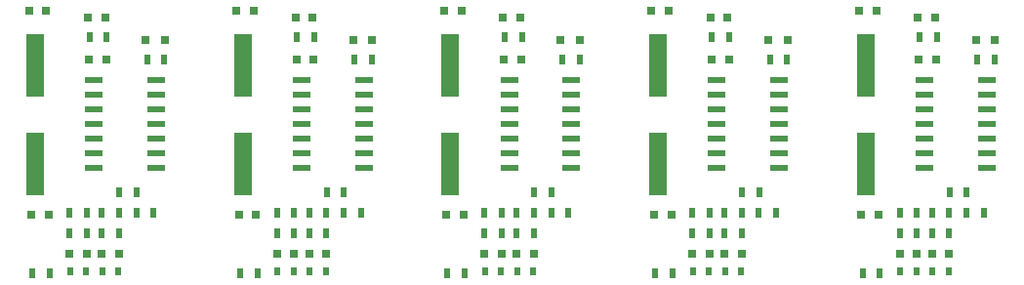
<source format=gbr>
G04 #@! TF.FileFunction,Paste,Top*
%FSLAX46Y46*%
G04 Gerber Fmt 4.6, Leading zero omitted, Abs format (unit mm)*
G04 Created by KiCad (PCBNEW 0.201510251816+6278~30~ubuntu14.04.1-product) date Mon 26 Oct 2015 05:58:35 PM EET*
%MOMM*%
G01*
G04 APERTURE LIST*
%ADD10C,0.100000*%
%ADD11R,0.794000X0.794000*%
%ADD12R,1.494000X5.494000*%
%ADD13R,0.594000X0.694000*%
%ADD14R,0.794000X0.744000*%
%ADD15R,0.494000X0.894000*%
%ADD16R,1.494000X0.594000*%
G04 APERTURE END LIST*
D10*
D11*
X97575000Y-45500000D03*
X99225000Y-45500000D03*
D12*
X88000000Y-56250000D03*
X88000000Y-47750000D03*
D13*
X95204000Y-65642000D03*
X93804000Y-65642000D03*
X92410000Y-65642000D03*
X91010000Y-65642000D03*
D14*
X87650000Y-60700000D03*
X89150000Y-60700000D03*
X87450000Y-43000000D03*
X88950000Y-43000000D03*
X92650000Y-47200000D03*
X94150000Y-47200000D03*
X92460000Y-64118000D03*
X90960000Y-64118000D03*
X93754000Y-64118000D03*
X95254000Y-64118000D03*
X94050000Y-43600000D03*
X92550000Y-43600000D03*
D15*
X94200000Y-45300000D03*
X92700000Y-45300000D03*
X95278000Y-58784000D03*
X96778000Y-58784000D03*
X87750000Y-65750000D03*
X89250000Y-65750000D03*
X92460000Y-60562000D03*
X90960000Y-60562000D03*
X93754000Y-60562000D03*
X95254000Y-60562000D03*
X90960000Y-62340000D03*
X92460000Y-62340000D03*
X95254000Y-62340000D03*
X93754000Y-62340000D03*
X99200000Y-47200000D03*
X97700000Y-47200000D03*
X96750000Y-60500000D03*
X98250000Y-60500000D03*
D16*
X93100000Y-48990000D03*
X93100000Y-50260000D03*
X93100000Y-51530000D03*
X93100000Y-52800000D03*
X93100000Y-54070000D03*
X93100000Y-55340000D03*
X93100000Y-56610000D03*
X98500000Y-56610000D03*
X98500000Y-55340000D03*
X98500000Y-54070000D03*
X98500000Y-52800000D03*
X98500000Y-51530000D03*
X98500000Y-50260000D03*
X98500000Y-48990000D03*
D11*
X115575000Y-45500000D03*
X117225000Y-45500000D03*
D12*
X106000000Y-56250000D03*
X106000000Y-47750000D03*
D13*
X113204000Y-65642000D03*
X111804000Y-65642000D03*
X110410000Y-65642000D03*
X109010000Y-65642000D03*
D14*
X105650000Y-60700000D03*
X107150000Y-60700000D03*
X105450000Y-43000000D03*
X106950000Y-43000000D03*
X110650000Y-47200000D03*
X112150000Y-47200000D03*
X110460000Y-64118000D03*
X108960000Y-64118000D03*
X111754000Y-64118000D03*
X113254000Y-64118000D03*
X112050000Y-43600000D03*
X110550000Y-43600000D03*
D15*
X112200000Y-45300000D03*
X110700000Y-45300000D03*
X113278000Y-58784000D03*
X114778000Y-58784000D03*
X105750000Y-65750000D03*
X107250000Y-65750000D03*
X110460000Y-60562000D03*
X108960000Y-60562000D03*
X111754000Y-60562000D03*
X113254000Y-60562000D03*
X108960000Y-62340000D03*
X110460000Y-62340000D03*
X113254000Y-62340000D03*
X111754000Y-62340000D03*
X117200000Y-47200000D03*
X115700000Y-47200000D03*
X114750000Y-60500000D03*
X116250000Y-60500000D03*
D16*
X111100000Y-48990000D03*
X111100000Y-50260000D03*
X111100000Y-51530000D03*
X111100000Y-52800000D03*
X111100000Y-54070000D03*
X111100000Y-55340000D03*
X111100000Y-56610000D03*
X116500000Y-56610000D03*
X116500000Y-55340000D03*
X116500000Y-54070000D03*
X116500000Y-52800000D03*
X116500000Y-51530000D03*
X116500000Y-50260000D03*
X116500000Y-48990000D03*
D11*
X133575000Y-45500000D03*
X135225000Y-45500000D03*
D12*
X124000000Y-56250000D03*
X124000000Y-47750000D03*
D13*
X131204000Y-65642000D03*
X129804000Y-65642000D03*
X128410000Y-65642000D03*
X127010000Y-65642000D03*
D14*
X123650000Y-60700000D03*
X125150000Y-60700000D03*
X123450000Y-43000000D03*
X124950000Y-43000000D03*
X128650000Y-47200000D03*
X130150000Y-47200000D03*
X128460000Y-64118000D03*
X126960000Y-64118000D03*
X129754000Y-64118000D03*
X131254000Y-64118000D03*
X130050000Y-43600000D03*
X128550000Y-43600000D03*
D15*
X130200000Y-45300000D03*
X128700000Y-45300000D03*
X131278000Y-58784000D03*
X132778000Y-58784000D03*
X123750000Y-65750000D03*
X125250000Y-65750000D03*
X128460000Y-60562000D03*
X126960000Y-60562000D03*
X129754000Y-60562000D03*
X131254000Y-60562000D03*
X126960000Y-62340000D03*
X128460000Y-62340000D03*
X131254000Y-62340000D03*
X129754000Y-62340000D03*
X135200000Y-47200000D03*
X133700000Y-47200000D03*
X132750000Y-60500000D03*
X134250000Y-60500000D03*
D16*
X129100000Y-48990000D03*
X129100000Y-50260000D03*
X129100000Y-51530000D03*
X129100000Y-52800000D03*
X129100000Y-54070000D03*
X129100000Y-55340000D03*
X129100000Y-56610000D03*
X134500000Y-56610000D03*
X134500000Y-55340000D03*
X134500000Y-54070000D03*
X134500000Y-52800000D03*
X134500000Y-51530000D03*
X134500000Y-50260000D03*
X134500000Y-48990000D03*
D11*
X151575000Y-45500000D03*
X153225000Y-45500000D03*
D12*
X142000000Y-56250000D03*
X142000000Y-47750000D03*
D13*
X149204000Y-65642000D03*
X147804000Y-65642000D03*
X146410000Y-65642000D03*
X145010000Y-65642000D03*
D14*
X141650000Y-60700000D03*
X143150000Y-60700000D03*
X141450000Y-43000000D03*
X142950000Y-43000000D03*
X146650000Y-47200000D03*
X148150000Y-47200000D03*
X146460000Y-64118000D03*
X144960000Y-64118000D03*
X147754000Y-64118000D03*
X149254000Y-64118000D03*
X148050000Y-43600000D03*
X146550000Y-43600000D03*
D15*
X148200000Y-45300000D03*
X146700000Y-45300000D03*
X149278000Y-58784000D03*
X150778000Y-58784000D03*
X141750000Y-65750000D03*
X143250000Y-65750000D03*
X146460000Y-60562000D03*
X144960000Y-60562000D03*
X147754000Y-60562000D03*
X149254000Y-60562000D03*
X144960000Y-62340000D03*
X146460000Y-62340000D03*
X149254000Y-62340000D03*
X147754000Y-62340000D03*
X153200000Y-47200000D03*
X151700000Y-47200000D03*
X150750000Y-60500000D03*
X152250000Y-60500000D03*
D16*
X147100000Y-48990000D03*
X147100000Y-50260000D03*
X147100000Y-51530000D03*
X147100000Y-52800000D03*
X147100000Y-54070000D03*
X147100000Y-55340000D03*
X147100000Y-56610000D03*
X152500000Y-56610000D03*
X152500000Y-55340000D03*
X152500000Y-54070000D03*
X152500000Y-52800000D03*
X152500000Y-51530000D03*
X152500000Y-50260000D03*
X152500000Y-48990000D03*
D11*
X169575000Y-45500000D03*
X171225000Y-45500000D03*
D12*
X160000000Y-56250000D03*
X160000000Y-47750000D03*
D13*
X167204000Y-65642000D03*
X165804000Y-65642000D03*
X164410000Y-65642000D03*
X163010000Y-65642000D03*
D14*
X159650000Y-60700000D03*
X161150000Y-60700000D03*
X159450000Y-43000000D03*
X160950000Y-43000000D03*
X164650000Y-47200000D03*
X166150000Y-47200000D03*
X164460000Y-64118000D03*
X162960000Y-64118000D03*
X165754000Y-64118000D03*
X167254000Y-64118000D03*
X166050000Y-43600000D03*
X164550000Y-43600000D03*
D15*
X166200000Y-45300000D03*
X164700000Y-45300000D03*
X167278000Y-58784000D03*
X168778000Y-58784000D03*
X159750000Y-65750000D03*
X161250000Y-65750000D03*
X164460000Y-60562000D03*
X162960000Y-60562000D03*
X165754000Y-60562000D03*
X167254000Y-60562000D03*
X162960000Y-62340000D03*
X164460000Y-62340000D03*
X167254000Y-62340000D03*
X165754000Y-62340000D03*
X171200000Y-47200000D03*
X169700000Y-47200000D03*
X168750000Y-60500000D03*
X170250000Y-60500000D03*
D16*
X165100000Y-48990000D03*
X165100000Y-50260000D03*
X165100000Y-51530000D03*
X165100000Y-52800000D03*
X165100000Y-54070000D03*
X165100000Y-55340000D03*
X165100000Y-56610000D03*
X170500000Y-56610000D03*
X170500000Y-55340000D03*
X170500000Y-54070000D03*
X170500000Y-52800000D03*
X170500000Y-51530000D03*
X170500000Y-50260000D03*
X170500000Y-48990000D03*
M02*

</source>
